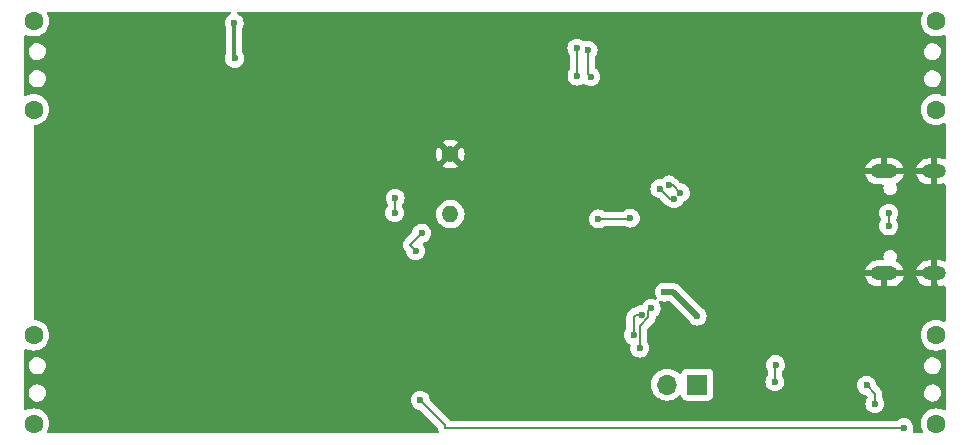
<source format=gbr>
%TF.GenerationSoftware,KiCad,Pcbnew,7.0.9*%
%TF.CreationDate,2023-12-11T11:57:59+01:00*%
%TF.ProjectId,USB E-Paper thing,55534220-452d-4506-9170-657220746869,rev?*%
%TF.SameCoordinates,Original*%
%TF.FileFunction,Copper,L2,Bot*%
%TF.FilePolarity,Positive*%
%FSLAX46Y46*%
G04 Gerber Fmt 4.6, Leading zero omitted, Abs format (unit mm)*
G04 Created by KiCad (PCBNEW 7.0.9) date 2023-12-11 11:57:59*
%MOMM*%
%LPD*%
G01*
G04 APERTURE LIST*
%TA.AperFunction,ComponentPad*%
%ADD10C,1.600000*%
%TD*%
%TA.AperFunction,ComponentPad*%
%ADD11C,1.400000*%
%TD*%
%TA.AperFunction,ComponentPad*%
%ADD12O,1.400000X1.400000*%
%TD*%
%TA.AperFunction,ComponentPad*%
%ADD13O,2.300000X1.200000*%
%TD*%
%TA.AperFunction,ComponentPad*%
%ADD14O,2.000000X1.200000*%
%TD*%
%TA.AperFunction,ComponentPad*%
%ADD15R,1.700000X1.700000*%
%TD*%
%TA.AperFunction,ComponentPad*%
%ADD16O,1.700000X1.700000*%
%TD*%
%TA.AperFunction,ViaPad*%
%ADD17C,0.600000*%
%TD*%
%TA.AperFunction,Conductor*%
%ADD18C,0.500000*%
%TD*%
%TA.AperFunction,Conductor*%
%ADD19C,0.300000*%
%TD*%
%TA.AperFunction,Conductor*%
%ADD20C,0.200000*%
%TD*%
G04 APERTURE END LIST*
D10*
%TO.P,SW3,*%
%TO.N,*%
X77700000Y35400000D03*
X77700000Y27900000D03*
%TD*%
D11*
%TO.P,TH1,1*%
%TO.N,GND*%
X36576000Y24130000D03*
D12*
%TO.P,TH1,2*%
%TO.N,Net-(U3-TEMP)*%
X36576000Y19050000D03*
%TD*%
D10*
%TO.P,SW4,*%
%TO.N,*%
X77700000Y8800000D03*
X77700000Y1300000D03*
%TD*%
%TO.P,SW1,*%
%TO.N,*%
X1300000Y27900000D03*
X1300000Y35400000D03*
%TD*%
%TO.P,SW2,*%
%TO.N,*%
X1300000Y1300000D03*
X1300000Y8800000D03*
%TD*%
D13*
%TO.P,J6,S1,SHIELD*%
%TO.N,GND*%
X73320000Y14030000D03*
D14*
X77500000Y14030000D03*
D13*
X73320000Y22670000D03*
D14*
X77500000Y22670000D03*
%TD*%
D15*
%TO.P,J8,1,Pin_1*%
%TO.N,Net-(J8-Pin_1)*%
X57480000Y4620000D03*
D16*
%TO.P,J8,2,Pin_2*%
%TO.N,+3V0*%
X54940000Y4620000D03*
%TD*%
D17*
%TO.N,GND*%
X68000000Y7500000D03*
X69000000Y7500000D03*
X70000000Y7500000D03*
X70000000Y9000000D03*
X69000000Y9000000D03*
X68000000Y9000000D03*
X58423000Y24266752D03*
X22700000Y21050000D03*
X71020000Y14470000D03*
X40470000Y8090000D03*
X71800000Y9540000D03*
X56250000Y25220000D03*
X63160000Y23000000D03*
X17580000Y21140000D03*
X52510000Y12040000D03*
X14300000Y22840000D03*
X58668790Y22613499D03*
X60450000Y2250000D03*
X15787009Y11920000D03*
X11150000Y20500000D03*
X42090000Y31310000D03*
X71010000Y15190000D03*
X72300000Y32600000D03*
X14170000Y14080000D03*
X42100524Y30670923D03*
X47650000Y21320000D03*
X66220000Y8360000D03*
X58620000Y27210000D03*
X44810000Y24400000D03*
X54700589Y30270000D03*
X63940000Y20190000D03*
X41570000Y18440000D03*
X71690000Y15220000D03*
X50000000Y29850000D03*
X45050000Y22920000D03*
X60510000Y11020000D03*
X70500000Y31900000D03*
X48660000Y21680000D03*
X46340000Y21410000D03*
X77550000Y23700000D03*
X69130000Y15400000D03*
X71790000Y8590000D03*
X65620000Y16080000D03*
X70970000Y22280000D03*
X56189110Y21980599D03*
X72300000Y34000000D03*
X20530000Y21050000D03*
X59970000Y8130000D03*
X72810000Y12200000D03*
X70500000Y32600000D03*
X71610000Y21550000D03*
X57500000Y28810000D03*
X65270013Y8180013D03*
X46259411Y26310589D03*
X70500000Y33300000D03*
X66110000Y24324981D03*
X65270000Y13700000D03*
X21860000Y12000000D03*
X11180000Y15480000D03*
X63944000Y20998000D03*
X72562646Y24417354D03*
X70980000Y21540000D03*
X66230000Y9330000D03*
X66320000Y15450000D03*
X47600000Y22500000D03*
X71900000Y24417354D03*
X57010000Y26970000D03*
X77600000Y12970000D03*
X61433000Y15070000D03*
X70900026Y18360026D03*
X61650000Y23790000D03*
X70500000Y34000000D03*
X72300000Y33300000D03*
X72300000Y31900000D03*
X21110000Y3760000D03*
X29805000Y24205000D03*
X52370000Y25620000D03*
X14310000Y25100000D03*
X51540000Y27630000D03*
X52817764Y19980233D03*
X18790000Y21840000D03*
X14217354Y20577354D03*
X47429411Y27690589D03*
X37870000Y8630000D03*
X51102057Y21413334D03*
X46850000Y7220000D03*
X53890589Y30270000D03*
X44550000Y8230000D03*
X68410000Y15570000D03*
X43240000Y3780000D03*
X42550000Y8260000D03*
X61580000Y24870000D03*
%TO.N,+3V0*%
X18270000Y35230000D03*
X18320000Y32232000D03*
X54700002Y12454066D03*
X57470000Y10410000D03*
%TO.N,/VBUS*%
X71810000Y4562500D03*
X72520000Y2980000D03*
X64054648Y4855574D03*
X64110000Y6300000D03*
%TO.N,/WAKEUP*%
X51810000Y18720000D03*
X49113663Y18641379D03*
%TO.N,+BATT*%
X47300000Y30740002D03*
X47280000Y33101000D03*
%TO.N,/SCLK*%
X31900000Y20400000D03*
X31860000Y19170000D03*
%TO.N,/BUTTON3*%
X74970000Y970000D03*
X34015000Y3285000D03*
%TO.N,/NRST*%
X55506309Y20362659D03*
X54315380Y21199038D03*
X53580000Y11080000D03*
X52610000Y7700000D03*
%TO.N,Net-(U3-TEMP)*%
X48460000Y30687341D03*
X48230000Y32930000D03*
%TO.N,/VBUS_PRESENT*%
X56053964Y20851960D03*
X55080000Y21519998D03*
%TO.N,/Power/USB_IN_D+*%
X73693000Y18048724D03*
X73692418Y19127000D03*
%TO.N,Net-(U1-PA14)*%
X52083000Y8801574D03*
X52790000Y10550000D03*
%TO.N,/~{CS}*%
X34150000Y17450000D03*
X33633709Y15953768D03*
%TD*%
D18*
%TO.N,+3V0*%
X55425934Y12454066D02*
X54700002Y12454066D01*
D19*
X18270000Y35230000D02*
X18270000Y32282000D01*
X18270000Y32282000D02*
X18320000Y32232000D01*
D18*
X57470000Y10410000D02*
X55425934Y12454066D01*
D20*
%TO.N,/VBUS*%
X72520000Y3852500D02*
X71810000Y4562500D01*
X72520000Y2980000D02*
X72520000Y3852500D01*
X64054648Y6244648D02*
X64110000Y6300000D01*
X64054648Y4855574D02*
X64054648Y6244648D01*
%TO.N,/WAKEUP*%
X49113663Y18641379D02*
X51731379Y18641379D01*
X51731379Y18641379D02*
X51810000Y18720000D01*
%TO.N,+BATT*%
X47280000Y30760002D02*
X47300000Y30740002D01*
X47280000Y33101000D02*
X47280000Y30760002D01*
%TO.N,/SCLK*%
X31860000Y20360000D02*
X31900000Y20400000D01*
X31860000Y19170000D02*
X31860000Y20360000D01*
%TO.N,/BUTTON3*%
X36100500Y970000D02*
X36100500Y1199500D01*
X74970000Y970000D02*
X36100500Y970000D01*
X36100500Y1199500D02*
X34015000Y3285000D01*
%TO.N,/NRST*%
X53350000Y10850000D02*
X53350000Y10310000D01*
X53350000Y10310000D02*
X52610000Y9570000D01*
X53580000Y11080000D02*
X53350000Y10850000D01*
X54315380Y21199038D02*
X55151759Y20362659D01*
X52610000Y9570000D02*
X52610000Y7700000D01*
X55151759Y20362659D02*
X55506309Y20362659D01*
%TO.N,Net-(U3-TEMP)*%
X48230000Y32930000D02*
X48230000Y30917341D01*
X48230000Y30917341D02*
X48460000Y30687341D01*
%TO.N,/VBUS_PRESENT*%
X55385926Y21519998D02*
X55080000Y21519998D01*
X56053964Y20851960D02*
X55385926Y21519998D01*
%TO.N,/Power/USB_IN_D+*%
X73692418Y18049306D02*
X73693000Y18048724D01*
X73692418Y19127000D02*
X73692418Y18049306D01*
%TO.N,Net-(U1-PA14)*%
X52790000Y10550000D02*
X52279000Y10550000D01*
X52279000Y10550000D02*
X52083000Y10354000D01*
X52083000Y10354000D02*
X52083000Y8801574D01*
%TO.N,/~{CS}*%
X33160000Y16460000D02*
X34150000Y17450000D01*
X33633709Y15953768D02*
X33160000Y16427477D01*
X33160000Y16427477D02*
X33160000Y16460000D01*
%TD*%
%TA.AperFunction,Conductor*%
%TO.N,GND*%
G36*
X17954190Y36179815D02*
G01*
X17999945Y36127011D01*
X18009889Y36057853D01*
X17980864Y35994297D01*
X17928105Y35958458D01*
X17920478Y35955790D01*
X17767737Y35859816D01*
X17640184Y35732263D01*
X17544211Y35579524D01*
X17484631Y35409255D01*
X17484630Y35409250D01*
X17464435Y35230004D01*
X17464435Y35229997D01*
X17484630Y35050751D01*
X17484631Y35050746D01*
X17544211Y34880476D01*
X17600493Y34790906D01*
X17619500Y34724933D01*
X17619500Y32657493D01*
X17600494Y32591522D01*
X17594209Y32581521D01*
X17534633Y32411263D01*
X17534630Y32411250D01*
X17514435Y32232004D01*
X17514435Y32231997D01*
X17534630Y32052751D01*
X17534631Y32052746D01*
X17594211Y31882477D01*
X17690184Y31729738D01*
X17817738Y31602184D01*
X17970478Y31506211D01*
X18140745Y31446632D01*
X18140750Y31446631D01*
X18319996Y31426435D01*
X18320000Y31426435D01*
X18320004Y31426435D01*
X18499249Y31446631D01*
X18499252Y31446632D01*
X18499255Y31446632D01*
X18669522Y31506211D01*
X18822262Y31602184D01*
X18949816Y31729738D01*
X19045789Y31882478D01*
X19105368Y32052745D01*
X19105369Y32052751D01*
X19125565Y32231997D01*
X19125565Y32232004D01*
X19105369Y32411250D01*
X19105368Y32411255D01*
X19097136Y32434781D01*
X19045789Y32581522D01*
X19040141Y32590510D01*
X18949813Y32734266D01*
X18947550Y32737104D01*
X18946659Y32739285D01*
X18946111Y32740158D01*
X18946264Y32740255D01*
X18921144Y32801791D01*
X18920500Y32814413D01*
X18920500Y33100997D01*
X46474435Y33100997D01*
X46494630Y32921751D01*
X46494631Y32921746D01*
X46554211Y32751477D01*
X46650185Y32598737D01*
X46652445Y32595903D01*
X46653334Y32593725D01*
X46653889Y32592842D01*
X46653734Y32592745D01*
X46678855Y32531217D01*
X46679500Y32518588D01*
X46679500Y31292815D01*
X46660494Y31226843D01*
X46574211Y31089526D01*
X46514631Y30919257D01*
X46514630Y30919252D01*
X46494435Y30740006D01*
X46494435Y30739999D01*
X46514630Y30560753D01*
X46514631Y30560748D01*
X46574211Y30390479D01*
X46670184Y30237740D01*
X46797738Y30110186D01*
X46950478Y30014213D01*
X47120745Y29954634D01*
X47120750Y29954633D01*
X47299996Y29934437D01*
X47300000Y29934437D01*
X47300004Y29934437D01*
X47479249Y29954633D01*
X47479252Y29954634D01*
X47479255Y29954634D01*
X47649522Y30014213D01*
X47781673Y30097250D01*
X47848909Y30116250D01*
X47915744Y30095883D01*
X47935326Y30079937D01*
X47957738Y30057525D01*
X48026667Y30014214D01*
X48051290Y29998742D01*
X48110478Y29961552D01*
X48280745Y29901973D01*
X48280750Y29901972D01*
X48459996Y29881776D01*
X48460000Y29881776D01*
X48460004Y29881776D01*
X48639249Y29901972D01*
X48639252Y29901973D01*
X48639255Y29901973D01*
X48809522Y29961552D01*
X48962262Y30057525D01*
X49089816Y30185079D01*
X49185789Y30337819D01*
X49227678Y30457531D01*
X76670796Y30457531D01*
X76670797Y30457529D01*
X76700245Y30290515D01*
X76700246Y30290512D01*
X76700247Y30290508D01*
X76723009Y30237740D01*
X76767421Y30134781D01*
X76785730Y30110187D01*
X76868698Y29998742D01*
X76998617Y29889727D01*
X77150175Y29813612D01*
X77315201Y29774500D01*
X77315203Y29774500D01*
X77442249Y29774500D01*
X77442256Y29774500D01*
X77568451Y29789250D01*
X77727820Y29847256D01*
X77869517Y29940451D01*
X77985902Y30063812D01*
X78070701Y30210688D01*
X78119342Y30373161D01*
X78129203Y30542471D01*
X78099753Y30709492D01*
X78032579Y30865219D01*
X77931302Y31001258D01*
X77801383Y31110273D01*
X77800066Y31110935D01*
X77649828Y31186387D01*
X77649826Y31186388D01*
X77649825Y31186388D01*
X77484799Y31225500D01*
X77357744Y31225500D01*
X77247323Y31212594D01*
X77231548Y31210750D01*
X77072181Y31152745D01*
X77007607Y31110274D01*
X76930483Y31059549D01*
X76930482Y31059549D01*
X76930482Y31059548D01*
X76814098Y30936190D01*
X76729300Y30789315D01*
X76680658Y30626841D01*
X76680657Y30626835D01*
X76670796Y30457531D01*
X49227678Y30457531D01*
X49245368Y30508086D01*
X49245369Y30508092D01*
X49265565Y30687338D01*
X49265565Y30687345D01*
X49245369Y30866591D01*
X49245368Y30866596D01*
X49198249Y31001255D01*
X49185789Y31036863D01*
X49171534Y31059549D01*
X49112975Y31152745D01*
X49089816Y31189603D01*
X48962262Y31317157D01*
X48962259Y31317159D01*
X48888527Y31363489D01*
X48842236Y31415824D01*
X48830500Y31468482D01*
X48830500Y32347588D01*
X48850185Y32414627D01*
X48857555Y32424903D01*
X48859810Y32427733D01*
X48859816Y32427738D01*
X48955789Y32580478D01*
X49015368Y32750745D01*
X49015369Y32750751D01*
X49016133Y32757529D01*
X76670797Y32757529D01*
X76700245Y32590515D01*
X76700246Y32590512D01*
X76700247Y32590508D01*
X76767421Y32434781D01*
X76868698Y32298742D01*
X76998617Y32189727D01*
X77150175Y32113612D01*
X77315201Y32074500D01*
X77315203Y32074500D01*
X77442249Y32074500D01*
X77442256Y32074500D01*
X77568451Y32089250D01*
X77727820Y32147256D01*
X77869517Y32240451D01*
X77985902Y32363812D01*
X78070701Y32510688D01*
X78119342Y32673161D01*
X78129203Y32842471D01*
X78099753Y33009492D01*
X78032579Y33165219D01*
X77931302Y33301258D01*
X77801383Y33410273D01*
X77757597Y33432263D01*
X77649828Y33486387D01*
X77649826Y33486388D01*
X77649825Y33486388D01*
X77484799Y33525500D01*
X77357744Y33525500D01*
X77247323Y33512594D01*
X77231548Y33510750D01*
X77072181Y33452745D01*
X77041040Y33432263D01*
X76930483Y33359549D01*
X76930482Y33359549D01*
X76930482Y33359548D01*
X76814098Y33236190D01*
X76729300Y33089315D01*
X76680658Y32926841D01*
X76680657Y32926835D01*
X76670797Y32757532D01*
X76670797Y32757529D01*
X49016133Y32757529D01*
X49035565Y32929997D01*
X49035565Y32930004D01*
X49015369Y33109250D01*
X49015368Y33109255D01*
X48970952Y33236188D01*
X48955789Y33279522D01*
X48955328Y33280255D01*
X48905505Y33359549D01*
X48859816Y33432262D01*
X48732262Y33559816D01*
X48579523Y33655789D01*
X48409254Y33715369D01*
X48409249Y33715370D01*
X48230004Y33735565D01*
X48229996Y33735565D01*
X48050750Y33715370D01*
X48050742Y33715368D01*
X47936840Y33675512D01*
X47867061Y33671951D01*
X47808205Y33704873D01*
X47782262Y33730816D01*
X47629523Y33826789D01*
X47459254Y33886369D01*
X47459249Y33886370D01*
X47280004Y33906565D01*
X47279996Y33906565D01*
X47100750Y33886370D01*
X47100745Y33886369D01*
X46930476Y33826789D01*
X46777737Y33730816D01*
X46650184Y33603263D01*
X46554211Y33450524D01*
X46494631Y33280255D01*
X46494630Y33280250D01*
X46474435Y33101004D01*
X46474435Y33100997D01*
X18920500Y33100997D01*
X18920500Y34724933D01*
X18939507Y34790906D01*
X18995788Y34880476D01*
X18995789Y34880478D01*
X19055368Y35050745D01*
X19069177Y35173303D01*
X19075565Y35229997D01*
X19075565Y35230004D01*
X19055369Y35409250D01*
X19055368Y35409255D01*
X18995788Y35579524D01*
X18899815Y35732263D01*
X18772262Y35859816D01*
X18619521Y35955790D01*
X18611895Y35958458D01*
X18555119Y35999179D01*
X18529371Y36064132D01*
X18542827Y36132693D01*
X18591213Y36183097D01*
X18652849Y36199500D01*
X76443229Y36199500D01*
X76510268Y36179815D01*
X76556023Y36127011D01*
X76565967Y36057853D01*
X76555611Y36023095D01*
X76473262Y35846498D01*
X76473258Y35846489D01*
X76414366Y35626698D01*
X76414364Y35626687D01*
X76394532Y35400002D01*
X76394532Y35399999D01*
X76414364Y35173314D01*
X76414366Y35173303D01*
X76473258Y34953512D01*
X76473261Y34953503D01*
X76569431Y34747268D01*
X76569432Y34747266D01*
X76699954Y34560859D01*
X76860858Y34399955D01*
X76860861Y34399953D01*
X77047266Y34269432D01*
X77253504Y34173261D01*
X77473308Y34114365D01*
X77635230Y34100199D01*
X77699998Y34094532D01*
X77700000Y34094532D01*
X77700002Y34094532D01*
X77756673Y34099491D01*
X77926692Y34114365D01*
X78146496Y34173261D01*
X78323095Y34255611D01*
X78392173Y34266103D01*
X78455957Y34237583D01*
X78494196Y34179107D01*
X78499500Y34143229D01*
X78499500Y29156771D01*
X78479815Y29089732D01*
X78427011Y29043977D01*
X78357853Y29034033D01*
X78323095Y29044389D01*
X78225857Y29089732D01*
X78146496Y29126739D01*
X78146492Y29126740D01*
X78146488Y29126742D01*
X77926697Y29185634D01*
X77926693Y29185635D01*
X77926692Y29185635D01*
X77926691Y29185636D01*
X77926686Y29185636D01*
X77700002Y29205468D01*
X77699998Y29205468D01*
X77473313Y29185636D01*
X77473302Y29185634D01*
X77253511Y29126742D01*
X77253502Y29126739D01*
X77047267Y29030569D01*
X77047265Y29030568D01*
X76860858Y28900046D01*
X76699954Y28739142D01*
X76569432Y28552735D01*
X76569431Y28552733D01*
X76473261Y28346498D01*
X76473258Y28346489D01*
X76414366Y28126698D01*
X76414364Y28126687D01*
X76394532Y27900002D01*
X76394532Y27899999D01*
X76414364Y27673314D01*
X76414366Y27673303D01*
X76473258Y27453512D01*
X76473261Y27453503D01*
X76569431Y27247268D01*
X76569432Y27247266D01*
X76699954Y27060859D01*
X76860858Y26899955D01*
X76860861Y26899953D01*
X77047266Y26769432D01*
X77253504Y26673261D01*
X77473308Y26614365D01*
X77635230Y26600199D01*
X77699998Y26594532D01*
X77700000Y26594532D01*
X77700002Y26594532D01*
X77756673Y26599491D01*
X77926692Y26614365D01*
X78146496Y26673261D01*
X78323095Y26755611D01*
X78392173Y26766103D01*
X78455957Y26737583D01*
X78494196Y26679107D01*
X78499500Y26643229D01*
X78499500Y23798082D01*
X78479815Y23731043D01*
X78427011Y23685288D01*
X78357853Y23675344D01*
X78329414Y23682964D01*
X78211314Y23730245D01*
X78005038Y23770000D01*
X77750000Y23770000D01*
X77750000Y22970000D01*
X77250000Y22970000D01*
X77250000Y23770000D01*
X77047602Y23770000D01*
X76890877Y23755035D01*
X76890873Y23755034D01*
X76689313Y23695851D01*
X76502585Y23599587D01*
X76337462Y23469732D01*
X76337459Y23469729D01*
X76199894Y23310970D01*
X76199885Y23310959D01*
X76094855Y23129040D01*
X76094852Y23129033D01*
X76026144Y22930518D01*
X76026144Y22930516D01*
X76024632Y22920000D01*
X76933890Y22920000D01*
X76894391Y22895543D01*
X76826800Y22806038D01*
X76796106Y22698160D01*
X76806455Y22586479D01*
X76856449Y22486078D01*
X76928932Y22420000D01*
X76028742Y22420000D01*
X76055770Y22308591D01*
X76143040Y22117493D01*
X76264889Y21946381D01*
X76264895Y21946375D01*
X76416932Y21801408D01*
X76593657Y21687834D01*
X76788685Y21609756D01*
X76994962Y21570000D01*
X77250000Y21570000D01*
X77250000Y22370000D01*
X77750000Y22370000D01*
X77750000Y21570000D01*
X77952398Y21570000D01*
X78109122Y21584966D01*
X78109126Y21584967D01*
X78310687Y21644150D01*
X78318675Y21648268D01*
X78387281Y21661494D01*
X78452147Y21635529D01*
X78492678Y21578617D01*
X78499500Y21538055D01*
X78499500Y15158082D01*
X78479815Y15091043D01*
X78427011Y15045288D01*
X78357853Y15035344D01*
X78329414Y15042964D01*
X78211314Y15090245D01*
X78005038Y15130000D01*
X77750000Y15130000D01*
X77750000Y14330000D01*
X77250000Y14330000D01*
X77250000Y15130000D01*
X77047602Y15130000D01*
X76890877Y15115035D01*
X76890873Y15115034D01*
X76689313Y15055851D01*
X76502585Y14959587D01*
X76337462Y14829732D01*
X76337459Y14829729D01*
X76199894Y14670970D01*
X76199885Y14670959D01*
X76094855Y14489040D01*
X76094852Y14489033D01*
X76026144Y14290518D01*
X76026144Y14290516D01*
X76024632Y14280000D01*
X76933890Y14280000D01*
X76894391Y14255543D01*
X76826800Y14166038D01*
X76796106Y14058160D01*
X76806455Y13946479D01*
X76856449Y13846078D01*
X76928932Y13780000D01*
X76028742Y13780000D01*
X76055770Y13668591D01*
X76143040Y13477493D01*
X76264889Y13306381D01*
X76264895Y13306375D01*
X76416932Y13161408D01*
X76593657Y13047834D01*
X76788685Y12969756D01*
X76994962Y12930000D01*
X77250000Y12930000D01*
X77250000Y13730000D01*
X77750000Y13730000D01*
X77750000Y12930000D01*
X77952398Y12930000D01*
X78109122Y12944966D01*
X78109126Y12944967D01*
X78310687Y13004150D01*
X78318675Y13008268D01*
X78387281Y13021494D01*
X78452147Y12995529D01*
X78492678Y12938617D01*
X78499500Y12898055D01*
X78499500Y10056771D01*
X78479815Y9989732D01*
X78427011Y9943977D01*
X78357853Y9934033D01*
X78323095Y9944389D01*
X78225857Y9989732D01*
X78146496Y10026739D01*
X78146492Y10026740D01*
X78146488Y10026742D01*
X77926697Y10085634D01*
X77926693Y10085635D01*
X77926692Y10085635D01*
X77926691Y10085636D01*
X77926686Y10085636D01*
X77700002Y10105468D01*
X77699998Y10105468D01*
X77473313Y10085636D01*
X77473302Y10085634D01*
X77253511Y10026742D01*
X77253502Y10026739D01*
X77047267Y9930569D01*
X77047265Y9930568D01*
X76860858Y9800046D01*
X76699954Y9639142D01*
X76569432Y9452735D01*
X76569431Y9452733D01*
X76473261Y9246498D01*
X76473258Y9246489D01*
X76414366Y9026698D01*
X76414364Y9026687D01*
X76394532Y8800002D01*
X76394532Y8799999D01*
X76414364Y8573314D01*
X76414366Y8573303D01*
X76473258Y8353512D01*
X76473261Y8353503D01*
X76569431Y8147268D01*
X76569432Y8147266D01*
X76699954Y7960859D01*
X76860858Y7799955D01*
X76860861Y7799953D01*
X77047266Y7669432D01*
X77253504Y7573261D01*
X77473308Y7514365D01*
X77635230Y7500199D01*
X77699998Y7494532D01*
X77700000Y7494532D01*
X77700002Y7494532D01*
X77756673Y7499491D01*
X77926692Y7514365D01*
X78146496Y7573261D01*
X78323095Y7655611D01*
X78392173Y7666103D01*
X78455957Y7637583D01*
X78494196Y7579107D01*
X78499500Y7543229D01*
X78499500Y2556771D01*
X78479815Y2489732D01*
X78427011Y2443977D01*
X78357853Y2434033D01*
X78323095Y2444389D01*
X78251578Y2477738D01*
X78146496Y2526739D01*
X78146492Y2526740D01*
X78146488Y2526742D01*
X77926697Y2585634D01*
X77926693Y2585635D01*
X77926692Y2585635D01*
X77926691Y2585636D01*
X77926686Y2585636D01*
X77700002Y2605468D01*
X77699998Y2605468D01*
X77473313Y2585636D01*
X77473302Y2585634D01*
X77253511Y2526742D01*
X77253502Y2526739D01*
X77047267Y2430569D01*
X77047265Y2430568D01*
X76860858Y2300046D01*
X76699954Y2139142D01*
X76569432Y1952735D01*
X76569431Y1952733D01*
X76473261Y1746498D01*
X76473258Y1746489D01*
X76414366Y1526698D01*
X76414364Y1526687D01*
X76394532Y1300002D01*
X76394532Y1299999D01*
X76414364Y1073314D01*
X76414366Y1073303D01*
X76473258Y853512D01*
X76473260Y853508D01*
X76473261Y853504D01*
X76553334Y681787D01*
X76555611Y676905D01*
X76566103Y607827D01*
X76537583Y544043D01*
X76479107Y505804D01*
X76443229Y500500D01*
X75828569Y500500D01*
X75761530Y520185D01*
X75715775Y572989D01*
X75705831Y642147D01*
X75711528Y665455D01*
X75755366Y790738D01*
X75755369Y790751D01*
X75775565Y969997D01*
X75775565Y970004D01*
X75755369Y1149250D01*
X75755368Y1149255D01*
X75695788Y1319524D01*
X75599815Y1472263D01*
X75472262Y1599816D01*
X75319523Y1695789D01*
X75149254Y1755369D01*
X75149249Y1755370D01*
X74970004Y1775565D01*
X74969996Y1775565D01*
X74790750Y1755370D01*
X74790745Y1755369D01*
X74620476Y1695789D01*
X74467736Y1599815D01*
X74464903Y1597555D01*
X74462724Y1596666D01*
X74461842Y1596111D01*
X74461744Y1596266D01*
X74400217Y1571145D01*
X74387588Y1570500D01*
X36633886Y1570500D01*
X36566847Y1590185D01*
X36535511Y1619012D01*
X36528780Y1627784D01*
X36500507Y1649478D01*
X36494404Y1654831D01*
X34845700Y3303535D01*
X34812215Y3364858D01*
X34810163Y3377314D01*
X34800368Y3464255D01*
X34740789Y3634522D01*
X34644816Y3787262D01*
X34517262Y3914816D01*
X34473735Y3942166D01*
X34364523Y4010789D01*
X34194254Y4070369D01*
X34194249Y4070370D01*
X34015004Y4090565D01*
X34014996Y4090565D01*
X33835750Y4070370D01*
X33835745Y4070369D01*
X33665476Y4010789D01*
X33512737Y3914816D01*
X33385184Y3787263D01*
X33289211Y3634524D01*
X33229631Y3464255D01*
X33229630Y3464250D01*
X33209435Y3285004D01*
X33209435Y3284997D01*
X33229630Y3105751D01*
X33229631Y3105746D01*
X33289211Y2935477D01*
X33373866Y2800751D01*
X33385184Y2782738D01*
X33512738Y2655184D01*
X33665478Y2559211D01*
X33835745Y2499632D01*
X33922669Y2489839D01*
X33987080Y2462774D01*
X33996465Y2454300D01*
X35467184Y983581D01*
X35500669Y922258D01*
X35502442Y912087D01*
X35509680Y857115D01*
X35515456Y813237D01*
X35573978Y671952D01*
X35581447Y602483D01*
X35550172Y540004D01*
X35490083Y504352D01*
X35459417Y500500D01*
X2556771Y500500D01*
X2489732Y520185D01*
X2443977Y572989D01*
X2434033Y642147D01*
X2444389Y676905D01*
X2445195Y678635D01*
X2526739Y853504D01*
X2585635Y1073308D01*
X2605468Y1300000D01*
X2585635Y1526692D01*
X2526739Y1746496D01*
X2430568Y1952734D01*
X2300047Y2139139D01*
X2300045Y2139142D01*
X2139141Y2300046D01*
X1952734Y2430568D01*
X1952732Y2430569D01*
X1746497Y2526739D01*
X1746488Y2526742D01*
X1526697Y2585634D01*
X1526693Y2585635D01*
X1526692Y2585635D01*
X1526691Y2585636D01*
X1526686Y2585636D01*
X1300002Y2605468D01*
X1299998Y2605468D01*
X1073313Y2585636D01*
X1073302Y2585634D01*
X853511Y2526742D01*
X853502Y2526738D01*
X676905Y2444389D01*
X607827Y2433897D01*
X544043Y2462417D01*
X505804Y2520893D01*
X500500Y2556771D01*
X500500Y3857531D01*
X870796Y3857531D01*
X870797Y3857529D01*
X900245Y3690515D01*
X900246Y3690512D01*
X900247Y3690508D01*
X967421Y3534781D01*
X1068698Y3398742D01*
X1198617Y3289727D01*
X1350175Y3213612D01*
X1515201Y3174500D01*
X1515203Y3174500D01*
X1642249Y3174500D01*
X1642256Y3174500D01*
X1768451Y3189250D01*
X1927820Y3247256D01*
X2069517Y3340451D01*
X2185902Y3463812D01*
X2270701Y3610688D01*
X2319342Y3773161D01*
X2329203Y3942471D01*
X2299753Y4109492D01*
X2232579Y4265219D01*
X2131302Y4401258D01*
X2001383Y4510273D01*
X2000066Y4510935D01*
X1849828Y4586387D01*
X1849826Y4586388D01*
X1849825Y4586388D01*
X1708005Y4620000D01*
X53584341Y4620000D01*
X53604936Y4384597D01*
X53604938Y4384587D01*
X53666094Y4156345D01*
X53666096Y4156341D01*
X53666097Y4156337D01*
X53734680Y4009261D01*
X53765965Y3942170D01*
X53765967Y3942166D01*
X53859161Y3809072D01*
X53901505Y3748599D01*
X54068599Y3581505D01*
X54165384Y3513735D01*
X54262165Y3445968D01*
X54262167Y3445967D01*
X54262170Y3445965D01*
X54476337Y3346097D01*
X54704592Y3284937D01*
X54881034Y3269500D01*
X54939999Y3264341D01*
X54940000Y3264341D01*
X54940001Y3264341D01*
X54998966Y3269500D01*
X55175408Y3284937D01*
X55403663Y3346097D01*
X55617830Y3445965D01*
X55811401Y3581505D01*
X55933329Y3703434D01*
X55994648Y3736916D01*
X56064340Y3731932D01*
X56120274Y3690061D01*
X56137189Y3659083D01*
X56186202Y3527672D01*
X56186206Y3527665D01*
X56272452Y3412456D01*
X56272455Y3412453D01*
X56387664Y3326207D01*
X56387671Y3326203D01*
X56522517Y3275909D01*
X56522516Y3275909D01*
X56529444Y3275165D01*
X56582127Y3269500D01*
X58377872Y3269501D01*
X58437483Y3275909D01*
X58572331Y3326204D01*
X58687546Y3412454D01*
X58773796Y3527669D01*
X58824091Y3662517D01*
X58830500Y3722127D01*
X58830499Y4855571D01*
X63249083Y4855571D01*
X63269278Y4676325D01*
X63269279Y4676320D01*
X63328859Y4506051D01*
X63406020Y4383251D01*
X63424832Y4353312D01*
X63552386Y4225758D01*
X63705126Y4129785D01*
X63874924Y4070370D01*
X63875393Y4070206D01*
X63875398Y4070205D01*
X64054644Y4050009D01*
X64054648Y4050009D01*
X64054652Y4050009D01*
X64233897Y4070205D01*
X64233900Y4070206D01*
X64233903Y4070206D01*
X64404170Y4129785D01*
X64556910Y4225758D01*
X64684464Y4353312D01*
X64780437Y4506052D01*
X64800188Y4562497D01*
X71004435Y4562497D01*
X71024630Y4383251D01*
X71024631Y4383246D01*
X71084211Y4212977D01*
X71149236Y4109491D01*
X71180184Y4060238D01*
X71307738Y3932684D01*
X71460478Y3836711D01*
X71630745Y3777132D01*
X71717669Y3767339D01*
X71782080Y3740274D01*
X71791465Y3731800D01*
X71878740Y3644525D01*
X71912225Y3583202D01*
X71907241Y3513510D01*
X71893152Y3488621D01*
X71893889Y3488158D01*
X71890184Y3482263D01*
X71890184Y3482262D01*
X71874995Y3458090D01*
X71794211Y3329524D01*
X71734631Y3159255D01*
X71734630Y3159250D01*
X71714435Y2980004D01*
X71714435Y2979997D01*
X71734630Y2800751D01*
X71734631Y2800746D01*
X71794211Y2630477D01*
X71859395Y2526738D01*
X71890184Y2477738D01*
X72017738Y2350184D01*
X72170478Y2254211D01*
X72340745Y2194632D01*
X72340750Y2194631D01*
X72519996Y2174435D01*
X72520000Y2174435D01*
X72520004Y2174435D01*
X72699249Y2194631D01*
X72699252Y2194632D01*
X72699255Y2194632D01*
X72869522Y2254211D01*
X73022262Y2350184D01*
X73149816Y2477738D01*
X73245789Y2630478D01*
X73305368Y2800745D01*
X73325565Y2980000D01*
X73311397Y3105745D01*
X73305369Y3159250D01*
X73305368Y3159255D01*
X73268597Y3264341D01*
X73245789Y3329522D01*
X73235375Y3346095D01*
X73172621Y3445968D01*
X73149816Y3482262D01*
X73149814Y3482264D01*
X73149813Y3482266D01*
X73147550Y3485104D01*
X73146659Y3487285D01*
X73146111Y3488158D01*
X73146264Y3488255D01*
X73121144Y3549791D01*
X73120500Y3562413D01*
X73120500Y3809072D01*
X73121031Y3817174D01*
X73125682Y3852501D01*
X73125682Y3852502D01*
X73125020Y3857531D01*
X76670796Y3857531D01*
X76670797Y3857529D01*
X76700245Y3690515D01*
X76700246Y3690512D01*
X76700247Y3690508D01*
X76767421Y3534781D01*
X76868698Y3398742D01*
X76998617Y3289727D01*
X77150175Y3213612D01*
X77315201Y3174500D01*
X77315203Y3174500D01*
X77442249Y3174500D01*
X77442256Y3174500D01*
X77568451Y3189250D01*
X77727820Y3247256D01*
X77869517Y3340451D01*
X77985902Y3463812D01*
X78070701Y3610688D01*
X78119342Y3773161D01*
X78129203Y3942471D01*
X78099753Y4109492D01*
X78032579Y4265219D01*
X77931302Y4401258D01*
X77801383Y4510273D01*
X77800066Y4510935D01*
X77649828Y4586387D01*
X77649826Y4586388D01*
X77649825Y4586388D01*
X77484799Y4625500D01*
X77357744Y4625500D01*
X77247323Y4612594D01*
X77231548Y4610750D01*
X77072181Y4552745D01*
X77007607Y4510274D01*
X76930483Y4459549D01*
X76930482Y4459549D01*
X76930482Y4459548D01*
X76814098Y4336190D01*
X76729300Y4189315D01*
X76680658Y4026841D01*
X76680657Y4026835D01*
X76670796Y3857531D01*
X73125020Y3857531D01*
X73105044Y4009261D01*
X73105042Y4009266D01*
X73097762Y4026841D01*
X73044538Y4155337D01*
X73044538Y4155338D01*
X73044536Y4155341D01*
X73018469Y4189312D01*
X72948282Y4280782D01*
X72920005Y4302480D01*
X72913904Y4307831D01*
X72640700Y4581035D01*
X72607215Y4642358D01*
X72605163Y4654814D01*
X72595368Y4741755D01*
X72535789Y4912022D01*
X72439816Y5064762D01*
X72312262Y5192316D01*
X72291920Y5205098D01*
X72159523Y5288289D01*
X71989254Y5347869D01*
X71989249Y5347870D01*
X71810004Y5368065D01*
X71809996Y5368065D01*
X71630750Y5347870D01*
X71630745Y5347869D01*
X71460476Y5288289D01*
X71307737Y5192316D01*
X71180184Y5064763D01*
X71084211Y4912024D01*
X71024631Y4741755D01*
X71024630Y4741750D01*
X71004435Y4562504D01*
X71004435Y4562497D01*
X64800188Y4562497D01*
X64840016Y4676319D01*
X64840017Y4676325D01*
X64860213Y4855571D01*
X64860213Y4855578D01*
X64840017Y5034824D01*
X64840016Y5034829D01*
X64822928Y5083663D01*
X64780437Y5205096D01*
X64684464Y5357836D01*
X64684462Y5357838D01*
X64684461Y5357840D01*
X64682198Y5360678D01*
X64681307Y5362859D01*
X64680759Y5363732D01*
X64680912Y5363829D01*
X64655792Y5425365D01*
X64655148Y5437987D01*
X64655148Y5661708D01*
X64674833Y5728747D01*
X64691467Y5749389D01*
X64705890Y5763812D01*
X64739816Y5797738D01*
X64835789Y5950478D01*
X64895368Y6120745D01*
X64899513Y6157531D01*
X76670796Y6157531D01*
X76670797Y6157529D01*
X76700245Y5990515D01*
X76700246Y5990512D01*
X76700247Y5990508D01*
X76767421Y5834781D01*
X76868698Y5698742D01*
X76998617Y5589727D01*
X77150175Y5513612D01*
X77315201Y5474500D01*
X77315203Y5474500D01*
X77442249Y5474500D01*
X77442256Y5474500D01*
X77568451Y5489250D01*
X77727820Y5547256D01*
X77869517Y5640451D01*
X77985902Y5763812D01*
X78070701Y5910688D01*
X78119342Y6073161D01*
X78129203Y6242471D01*
X78099753Y6409492D01*
X78032579Y6565219D01*
X77931302Y6701258D01*
X77801383Y6810273D01*
X77800066Y6810935D01*
X77649828Y6886387D01*
X77649826Y6886388D01*
X77649825Y6886388D01*
X77484799Y6925500D01*
X77357744Y6925500D01*
X77247323Y6912594D01*
X77231548Y6910750D01*
X77072181Y6852745D01*
X77007607Y6810274D01*
X76930483Y6759549D01*
X76930482Y6759549D01*
X76930482Y6759548D01*
X76814098Y6636190D01*
X76729300Y6489315D01*
X76680658Y6326841D01*
X76680657Y6326835D01*
X76670796Y6157531D01*
X64899513Y6157531D01*
X64909083Y6242471D01*
X64915565Y6299997D01*
X64915565Y6300004D01*
X64895369Y6479250D01*
X64895368Y6479255D01*
X64865288Y6565219D01*
X64835789Y6649522D01*
X64739816Y6802262D01*
X64612262Y6929816D01*
X64541608Y6974211D01*
X64459523Y7025789D01*
X64289254Y7085369D01*
X64289249Y7085370D01*
X64110004Y7105565D01*
X64109996Y7105565D01*
X63930750Y7085370D01*
X63930745Y7085369D01*
X63760476Y7025789D01*
X63607737Y6929816D01*
X63480184Y6802263D01*
X63384211Y6649524D01*
X63324631Y6479255D01*
X63324630Y6479250D01*
X63304435Y6300004D01*
X63304435Y6299997D01*
X63324630Y6120751D01*
X63324631Y6120746D01*
X63384211Y5950476D01*
X63435141Y5869424D01*
X63454148Y5803451D01*
X63454148Y5437987D01*
X63434463Y5370948D01*
X63427098Y5360678D01*
X63424834Y5357840D01*
X63328859Y5205098D01*
X63269279Y5034829D01*
X63269278Y5034824D01*
X63249083Y4855578D01*
X63249083Y4855571D01*
X58830499Y4855571D01*
X58830499Y5517872D01*
X58824091Y5577483D01*
X58822810Y5580917D01*
X58773797Y5712329D01*
X58773793Y5712336D01*
X58687547Y5827545D01*
X58687544Y5827548D01*
X58572335Y5913794D01*
X58572328Y5913798D01*
X58437482Y5964092D01*
X58437483Y5964092D01*
X58377883Y5970499D01*
X58377881Y5970500D01*
X58377873Y5970500D01*
X58377864Y5970500D01*
X56582129Y5970500D01*
X56582123Y5970499D01*
X56522516Y5964092D01*
X56387671Y5913798D01*
X56387664Y5913794D01*
X56272455Y5827548D01*
X56272452Y5827545D01*
X56186206Y5712336D01*
X56186203Y5712331D01*
X56137189Y5580917D01*
X56095317Y5524984D01*
X56029853Y5500567D01*
X55961580Y5515419D01*
X55933326Y5536570D01*
X55811402Y5658494D01*
X55811395Y5658499D01*
X55617834Y5794033D01*
X55617830Y5794035D01*
X55597637Y5803451D01*
X55403663Y5893903D01*
X55403659Y5893904D01*
X55403655Y5893906D01*
X55175413Y5955062D01*
X55175403Y5955064D01*
X54940001Y5975659D01*
X54939999Y5975659D01*
X54704596Y5955064D01*
X54704586Y5955062D01*
X54476344Y5893906D01*
X54476335Y5893902D01*
X54262171Y5794036D01*
X54262169Y5794035D01*
X54068597Y5658495D01*
X53901505Y5491403D01*
X53765965Y5297831D01*
X53765964Y5297829D01*
X53666098Y5083665D01*
X53666094Y5083656D01*
X53604938Y4855414D01*
X53604936Y4855404D01*
X53584341Y4620001D01*
X53584341Y4620000D01*
X1708005Y4620000D01*
X1684799Y4625500D01*
X1557744Y4625500D01*
X1447323Y4612594D01*
X1431548Y4610750D01*
X1272181Y4552745D01*
X1207607Y4510274D01*
X1130483Y4459549D01*
X1130482Y4459549D01*
X1130482Y4459548D01*
X1014098Y4336190D01*
X929300Y4189315D01*
X880658Y4026841D01*
X880657Y4026835D01*
X870796Y3857531D01*
X500500Y3857531D01*
X500500Y6157531D01*
X870796Y6157531D01*
X870797Y6157529D01*
X900245Y5990515D01*
X900246Y5990512D01*
X900247Y5990508D01*
X967421Y5834781D01*
X1068698Y5698742D01*
X1198617Y5589727D01*
X1350175Y5513612D01*
X1515201Y5474500D01*
X1515203Y5474500D01*
X1642249Y5474500D01*
X1642256Y5474500D01*
X1768451Y5489250D01*
X1927820Y5547256D01*
X2069517Y5640451D01*
X2185902Y5763812D01*
X2270701Y5910688D01*
X2319342Y6073161D01*
X2329203Y6242471D01*
X2299753Y6409492D01*
X2232579Y6565219D01*
X2131302Y6701258D01*
X2001383Y6810273D01*
X2000066Y6810935D01*
X1849828Y6886387D01*
X1849826Y6886388D01*
X1849825Y6886388D01*
X1684799Y6925500D01*
X1557744Y6925500D01*
X1447323Y6912594D01*
X1431548Y6910750D01*
X1272181Y6852745D01*
X1207607Y6810274D01*
X1130483Y6759549D01*
X1130482Y6759549D01*
X1130482Y6759548D01*
X1014098Y6636190D01*
X929300Y6489315D01*
X880658Y6326841D01*
X880657Y6326835D01*
X870796Y6157531D01*
X500500Y6157531D01*
X500500Y7543229D01*
X520185Y7610268D01*
X572989Y7656023D01*
X642147Y7665967D01*
X676905Y7655611D01*
X853504Y7573261D01*
X1073308Y7514365D01*
X1235230Y7500199D01*
X1299998Y7494532D01*
X1300000Y7494532D01*
X1300002Y7494532D01*
X1356673Y7499491D01*
X1526692Y7514365D01*
X1746496Y7573261D01*
X1952734Y7669432D01*
X2139139Y7799953D01*
X2300047Y7960861D01*
X2430568Y8147266D01*
X2526739Y8353504D01*
X2585635Y8573308D01*
X2605468Y8800000D01*
X2605331Y8801571D01*
X51277435Y8801571D01*
X51297630Y8622325D01*
X51297631Y8622320D01*
X51357211Y8452051D01*
X51453184Y8299312D01*
X51580738Y8171758D01*
X51619714Y8147268D01*
X51733479Y8075784D01*
X51758912Y8066885D01*
X51815689Y8026164D01*
X51841437Y7961212D01*
X51835001Y7908889D01*
X51824631Y7879253D01*
X51804435Y7700004D01*
X51804435Y7699997D01*
X51824630Y7520751D01*
X51824631Y7520746D01*
X51884211Y7350477D01*
X51980184Y7197738D01*
X52107738Y7070184D01*
X52260478Y6974211D01*
X52387352Y6929816D01*
X52430745Y6914632D01*
X52430750Y6914631D01*
X52609996Y6894435D01*
X52610000Y6894435D01*
X52610004Y6894435D01*
X52789249Y6914631D01*
X52789252Y6914632D01*
X52789255Y6914632D01*
X52959522Y6974211D01*
X53112262Y7070184D01*
X53239816Y7197738D01*
X53335789Y7350478D01*
X53395368Y7520745D01*
X53395369Y7520751D01*
X53415565Y7699997D01*
X53415565Y7700004D01*
X53395369Y7879250D01*
X53395368Y7879255D01*
X53384999Y7908889D01*
X53335789Y8049522D01*
X53319287Y8075784D01*
X53239813Y8202266D01*
X53237550Y8205104D01*
X53236659Y8207285D01*
X53236111Y8208158D01*
X53236264Y8208255D01*
X53211144Y8269791D01*
X53210500Y8282413D01*
X53210500Y9269904D01*
X53230185Y9336943D01*
X53246815Y9357581D01*
X53743923Y9854690D01*
X53749998Y9860016D01*
X53778282Y9881718D01*
X53874536Y10007159D01*
X53935044Y10153238D01*
X53950500Y10270639D01*
X53955682Y10310000D01*
X53956743Y10318058D01*
X53960228Y10317600D01*
X53975367Y10369156D01*
X54013711Y10407111D01*
X54018315Y10410004D01*
X54082262Y10450184D01*
X54209816Y10577738D01*
X54305789Y10730478D01*
X54365368Y10900745D01*
X54370231Y10943904D01*
X54385565Y11079997D01*
X54385565Y11080004D01*
X54365369Y11259250D01*
X54365368Y11259255D01*
X54305789Y11429522D01*
X54241105Y11532466D01*
X54222105Y11599703D01*
X54242473Y11666538D01*
X54295740Y11711752D01*
X54364997Y11720990D01*
X54387054Y11715479D01*
X54520739Y11668700D01*
X54520745Y11668699D01*
X54520747Y11668698D01*
X54520748Y11668698D01*
X54520752Y11668697D01*
X54699998Y11648501D01*
X54700002Y11648501D01*
X54700006Y11648501D01*
X54879251Y11668697D01*
X54879254Y11668698D01*
X54879257Y11668698D01*
X54959019Y11696609D01*
X54999974Y11703566D01*
X55063704Y11703566D01*
X55130743Y11683881D01*
X55151385Y11667247D01*
X56716692Y10101940D01*
X56739356Y10065871D01*
X56741188Y10066753D01*
X56744207Y10060484D01*
X56823662Y9934033D01*
X56840184Y9907738D01*
X56967738Y9780184D01*
X57120478Y9684211D01*
X57265765Y9633373D01*
X57290745Y9624632D01*
X57290750Y9624631D01*
X57469996Y9604435D01*
X57470000Y9604435D01*
X57470004Y9604435D01*
X57649249Y9624631D01*
X57649252Y9624632D01*
X57649255Y9624632D01*
X57819522Y9684211D01*
X57972262Y9780184D01*
X58099816Y9907738D01*
X58195789Y10060478D01*
X58255368Y10230745D01*
X58255369Y10230751D01*
X58275565Y10409997D01*
X58275565Y10410004D01*
X58255369Y10589250D01*
X58255368Y10589255D01*
X58195788Y10759524D01*
X58156582Y10821920D01*
X58099816Y10912262D01*
X57972262Y11039816D01*
X57819522Y11135789D01*
X57819518Y11135791D01*
X57813244Y11138812D01*
X57814125Y11140642D01*
X57778059Y11163308D01*
X56001663Y12939705D01*
X55989883Y12953336D01*
X55982416Y12963365D01*
X55975546Y12972594D01*
X55975544Y12972596D01*
X55935521Y13006180D01*
X55931546Y13009822D01*
X55928624Y13012744D01*
X55925714Y13015655D01*
X55899974Y13036007D01*
X55841143Y13085372D01*
X55835114Y13089337D01*
X55835146Y13089386D01*
X55828787Y13093438D01*
X55828756Y13093387D01*
X55822614Y13097175D01*
X55822612Y13097176D01*
X55822611Y13097177D01*
X55783408Y13115458D01*
X55752992Y13129642D01*
X55718828Y13146799D01*
X55684367Y13164106D01*
X55684365Y13164107D01*
X55684364Y13164107D01*
X55677579Y13166577D01*
X55677599Y13166633D01*
X55670483Y13169107D01*
X55670465Y13169051D01*
X55663605Y13171324D01*
X55635775Y13177070D01*
X55588368Y13186859D01*
X55539406Y13198463D01*
X55513653Y13204567D01*
X55506481Y13205405D01*
X55506487Y13205465D01*
X55498989Y13206231D01*
X55498984Y13206171D01*
X55491794Y13206801D01*
X55415017Y13204566D01*
X54999974Y13204566D01*
X54959019Y13211524D01*
X54879256Y13239435D01*
X54879251Y13239436D01*
X54700006Y13259631D01*
X54699998Y13259631D01*
X54520752Y13239436D01*
X54520747Y13239435D01*
X54350478Y13179855D01*
X54197739Y13083882D01*
X54070186Y12956329D01*
X53974213Y12803590D01*
X53914633Y12633321D01*
X53914632Y12633316D01*
X53894437Y12454070D01*
X53894437Y12454063D01*
X53914632Y12274817D01*
X53914633Y12274812D01*
X53974213Y12104543D01*
X54038896Y12001601D01*
X54057896Y11934364D01*
X54037528Y11867529D01*
X53984260Y11822315D01*
X53915004Y11813078D01*
X53892947Y11818588D01*
X53759262Y11865367D01*
X53759249Y11865370D01*
X53580004Y11885565D01*
X53579996Y11885565D01*
X53400750Y11865370D01*
X53400745Y11865369D01*
X53230476Y11805789D01*
X53077737Y11709816D01*
X52950184Y11582263D01*
X52854212Y11429525D01*
X52851193Y11423254D01*
X52848982Y11424319D01*
X52814905Y11376819D01*
X52752482Y11351339D01*
X52610749Y11335370D01*
X52610745Y11335369D01*
X52440476Y11275789D01*
X52287738Y11179816D01*
X52282295Y11175475D01*
X52280707Y11177466D01*
X52229673Y11149619D01*
X52219538Y11147854D01*
X52122238Y11135044D01*
X52122237Y11135044D01*
X51976157Y11074536D01*
X51850719Y10978284D01*
X51829019Y10950006D01*
X51823668Y10943904D01*
X51689096Y10809332D01*
X51682994Y10803981D01*
X51654716Y10782281D01*
X51558464Y10656843D01*
X51497956Y10510763D01*
X51497955Y10510761D01*
X51477318Y10354002D01*
X51477318Y10354001D01*
X51481969Y10318674D01*
X51482500Y10310572D01*
X51482500Y9383987D01*
X51462815Y9316948D01*
X51455450Y9306678D01*
X51453186Y9303840D01*
X51357211Y9151098D01*
X51297631Y8980829D01*
X51297630Y8980824D01*
X51277435Y8801578D01*
X51277435Y8801571D01*
X2605331Y8801571D01*
X2585635Y9026692D01*
X2526739Y9246496D01*
X2430568Y9452734D01*
X2300047Y9639139D01*
X2300045Y9639142D01*
X2139141Y9800046D01*
X1952734Y9930568D01*
X1952732Y9930569D01*
X1746497Y10026739D01*
X1746488Y10026742D01*
X1526697Y10085634D01*
X1526687Y10085636D01*
X1400020Y10096718D01*
X1334951Y10122171D01*
X1293973Y10178762D01*
X1288090Y10237891D01*
X1291260Y10259942D01*
X1292498Y10266221D01*
X1302938Y10307738D01*
X1300500Y10369816D01*
X1300500Y14280000D01*
X71694632Y14280000D01*
X72603890Y14280000D01*
X72564391Y14255543D01*
X72496800Y14166038D01*
X72466106Y14058160D01*
X72476455Y13946479D01*
X72526449Y13846078D01*
X72598932Y13780000D01*
X71698742Y13780000D01*
X71725770Y13668591D01*
X71813040Y13477493D01*
X71934889Y13306381D01*
X71934895Y13306375D01*
X72086932Y13161408D01*
X72263657Y13047834D01*
X72458685Y12969756D01*
X72664962Y12930000D01*
X73070000Y12930000D01*
X73070000Y13730000D01*
X73570000Y13730000D01*
X73570000Y12930000D01*
X73922398Y12930000D01*
X74079122Y12944966D01*
X74079126Y12944967D01*
X74280686Y13004150D01*
X74467414Y13100414D01*
X74632537Y13230269D01*
X74632540Y13230272D01*
X74770105Y13389031D01*
X74770114Y13389042D01*
X74875144Y13570961D01*
X74875147Y13570968D01*
X74943855Y13769483D01*
X74943855Y13769485D01*
X74945368Y13780000D01*
X74036110Y13780000D01*
X74075609Y13804457D01*
X74143200Y13893962D01*
X74173894Y14001840D01*
X74163545Y14113521D01*
X74113551Y14213922D01*
X74041068Y14280000D01*
X74941257Y14280000D01*
X74914229Y14391410D01*
X74826959Y14582508D01*
X74705110Y14753620D01*
X74705104Y14753626D01*
X74553067Y14898593D01*
X74372870Y15014398D01*
X74327115Y15067202D01*
X74317171Y15136361D01*
X74325346Y15166160D01*
X74380687Y15299764D01*
X74400466Y15450000D01*
X74380687Y15600236D01*
X74322698Y15740233D01*
X74230451Y15860451D01*
X74110233Y15952698D01*
X74110229Y15952700D01*
X74046801Y15978973D01*
X73970236Y16010687D01*
X73956171Y16012539D01*
X73857727Y16025500D01*
X73857720Y16025500D01*
X73782280Y16025500D01*
X73782272Y16025500D01*
X73669764Y16010687D01*
X73669763Y16010687D01*
X73529770Y15952700D01*
X73409549Y15860451D01*
X73317300Y15740230D01*
X73259313Y15600237D01*
X73259312Y15600235D01*
X73239534Y15450001D01*
X73239534Y15450000D01*
X73259312Y15299766D01*
X73261417Y15291913D01*
X73259688Y15291450D01*
X73266084Y15231988D01*
X73234811Y15169508D01*
X73174724Y15133853D01*
X73144053Y15130000D01*
X72717602Y15130000D01*
X72560877Y15115035D01*
X72560873Y15115034D01*
X72359313Y15055851D01*
X72172585Y14959587D01*
X72007462Y14829732D01*
X72007459Y14829729D01*
X71869894Y14670970D01*
X71869885Y14670959D01*
X71764855Y14489040D01*
X71764852Y14489033D01*
X71696144Y14290518D01*
X71696144Y14290516D01*
X71694632Y14280000D01*
X1300500Y14280000D01*
X1300500Y16427476D01*
X32554318Y16427476D01*
X32559500Y16388117D01*
X32574955Y16270717D01*
X32574956Y16270715D01*
X32635464Y16124636D01*
X32731718Y15999195D01*
X32759995Y15977497D01*
X32766085Y15972157D01*
X32785542Y15952700D01*
X32803007Y15935235D01*
X32836492Y15873912D01*
X32838546Y15861438D01*
X32848339Y15774519D01*
X32907919Y15604247D01*
X32910440Y15600235D01*
X33003893Y15451506D01*
X33131447Y15323952D01*
X33169942Y15299764D01*
X33277806Y15231988D01*
X33284187Y15227979D01*
X33451288Y15169508D01*
X33454454Y15168400D01*
X33454459Y15168399D01*
X33633705Y15148203D01*
X33633709Y15148203D01*
X33633713Y15148203D01*
X33812958Y15168399D01*
X33812961Y15168400D01*
X33812964Y15168400D01*
X33983231Y15227979D01*
X34135971Y15323952D01*
X34263525Y15451506D01*
X34359498Y15604246D01*
X34419077Y15774513D01*
X34428871Y15861438D01*
X34439274Y15953765D01*
X34439274Y15953772D01*
X34419078Y16133018D01*
X34419077Y16133023D01*
X34359497Y16303292D01*
X34306198Y16388117D01*
X34263525Y16456030D01*
X34263524Y16456031D01*
X34259184Y16461473D01*
X34260461Y16462492D01*
X34231064Y16516329D01*
X34236048Y16586021D01*
X34277920Y16641954D01*
X34324641Y16663579D01*
X34329253Y16664632D01*
X34329255Y16664632D01*
X34499522Y16724211D01*
X34652262Y16820184D01*
X34779816Y16947738D01*
X34875789Y17100478D01*
X34935368Y17270745D01*
X34935369Y17270751D01*
X34955565Y17449997D01*
X34955565Y17450004D01*
X34935369Y17629250D01*
X34935368Y17629255D01*
X34875788Y17799524D01*
X34803584Y17914435D01*
X34779816Y17952262D01*
X34652262Y18079816D01*
X34639433Y18087877D01*
X34499523Y18175789D01*
X34329254Y18235369D01*
X34329249Y18235370D01*
X34150004Y18255565D01*
X34149996Y18255565D01*
X33970750Y18235370D01*
X33970745Y18235369D01*
X33800476Y18175789D01*
X33647737Y18079816D01*
X33520184Y17952263D01*
X33424210Y17799522D01*
X33364630Y17629250D01*
X33354837Y17542332D01*
X33327770Y17477918D01*
X33319298Y17468535D01*
X32766096Y16915332D01*
X32759994Y16909981D01*
X32731716Y16888281D01*
X32635464Y16762843D01*
X32574956Y16616763D01*
X32574956Y16616762D01*
X32554318Y16460002D01*
X32554329Y16459918D01*
X32554329Y16427563D01*
X32554318Y16427480D01*
X32554318Y16427476D01*
X1300500Y16427476D01*
X1300500Y19169997D01*
X31054435Y19169997D01*
X31074630Y18990751D01*
X31074631Y18990746D01*
X31134211Y18820477D01*
X31197347Y18719997D01*
X31230184Y18667738D01*
X31357738Y18540184D01*
X31387590Y18521427D01*
X31481969Y18462124D01*
X31510478Y18444211D01*
X31680745Y18384632D01*
X31680750Y18384631D01*
X31859996Y18364435D01*
X31860000Y18364435D01*
X31860004Y18364435D01*
X32039249Y18384631D01*
X32039252Y18384632D01*
X32039255Y18384632D01*
X32209522Y18444211D01*
X32362262Y18540184D01*
X32489816Y18667738D01*
X32585789Y18820478D01*
X32645368Y18990745D01*
X32645386Y18990903D01*
X32652045Y19050000D01*
X35370357Y19050000D01*
X35390884Y18828465D01*
X35390885Y18828463D01*
X35451769Y18614477D01*
X35451775Y18614462D01*
X35550938Y18415317D01*
X35550943Y18415309D01*
X35685020Y18237762D01*
X35849437Y18087877D01*
X35849439Y18087875D01*
X36038595Y17970755D01*
X36038596Y17970755D01*
X36038599Y17970753D01*
X36246060Y17890382D01*
X36464757Y17849500D01*
X36464759Y17849500D01*
X36687241Y17849500D01*
X36687243Y17849500D01*
X36905940Y17890382D01*
X37113401Y17970753D01*
X37302562Y18087876D01*
X37466981Y18237764D01*
X37601058Y18415311D01*
X37700229Y18614472D01*
X37707884Y18641376D01*
X48308098Y18641376D01*
X48328293Y18462130D01*
X48328294Y18462125D01*
X48387874Y18291856D01*
X48423368Y18235368D01*
X48483847Y18139117D01*
X48611401Y18011563D01*
X48676350Y17970753D01*
X48733832Y17934634D01*
X48764141Y17915590D01*
X48895947Y17869469D01*
X48934408Y17856011D01*
X48934413Y17856010D01*
X49113659Y17835814D01*
X49113663Y17835814D01*
X49113667Y17835814D01*
X49292912Y17856010D01*
X49292915Y17856011D01*
X49292918Y17856011D01*
X49463185Y17915590D01*
X49615925Y18011563D01*
X49615930Y18011569D01*
X49618760Y18013824D01*
X49620938Y18014714D01*
X49621821Y18015268D01*
X49621918Y18015114D01*
X49683446Y18040234D01*
X49696075Y18040879D01*
X51350482Y18040879D01*
X51416454Y18021873D01*
X51460477Y17994211D01*
X51460481Y17994210D01*
X51630737Y17934634D01*
X51630743Y17934633D01*
X51630745Y17934632D01*
X51630746Y17934632D01*
X51630750Y17934631D01*
X51809996Y17914435D01*
X51810000Y17914435D01*
X51810004Y17914435D01*
X51989249Y17934631D01*
X51989252Y17934632D01*
X51989255Y17934632D01*
X52159522Y17994211D01*
X52312262Y18090184D01*
X52439816Y18217738D01*
X52535789Y18370478D01*
X52595368Y18540745D01*
X52596522Y18550986D01*
X52615565Y18719997D01*
X52615565Y18720004D01*
X52595369Y18899250D01*
X52595368Y18899255D01*
X52578400Y18947746D01*
X52535789Y19069522D01*
X52499675Y19126997D01*
X72886853Y19126997D01*
X72907048Y18947751D01*
X72907049Y18947746D01*
X72966629Y18777477D01*
X73044610Y18653371D01*
X73063610Y18586134D01*
X73044610Y18521427D01*
X72967211Y18398248D01*
X72907631Y18227979D01*
X72907630Y18227974D01*
X72887435Y18048728D01*
X72887435Y18048721D01*
X72907630Y17869475D01*
X72907631Y17869470D01*
X72967211Y17699201D01*
X73063184Y17546462D01*
X73190738Y17418908D01*
X73343478Y17322935D01*
X73513745Y17263356D01*
X73513750Y17263355D01*
X73692996Y17243159D01*
X73693000Y17243159D01*
X73693004Y17243159D01*
X73872249Y17263355D01*
X73872252Y17263356D01*
X73872255Y17263356D01*
X74042522Y17322935D01*
X74195262Y17418908D01*
X74322816Y17546462D01*
X74418789Y17699202D01*
X74478368Y17869469D01*
X74478369Y17869475D01*
X74498565Y18048721D01*
X74498565Y18048728D01*
X74478369Y18227974D01*
X74478368Y18227979D01*
X74423553Y18384631D01*
X74418789Y18398246D01*
X74408068Y18415309D01*
X74340807Y18522354D01*
X74321807Y18589591D01*
X74340808Y18654299D01*
X74349253Y18667738D01*
X74418207Y18777478D01*
X74477786Y18947745D01*
X74482632Y18990751D01*
X74497983Y19126997D01*
X74497983Y19127004D01*
X74477787Y19306250D01*
X74477786Y19306255D01*
X74435624Y19426747D01*
X74418207Y19476522D01*
X74322234Y19629262D01*
X74194680Y19756816D01*
X74106356Y19812314D01*
X74041941Y19852789D01*
X73871672Y19912369D01*
X73871667Y19912370D01*
X73692422Y19932565D01*
X73692414Y19932565D01*
X73513168Y19912370D01*
X73513163Y19912369D01*
X73342894Y19852789D01*
X73190155Y19756816D01*
X73062602Y19629263D01*
X72966629Y19476524D01*
X72907049Y19306255D01*
X72907048Y19306250D01*
X72886853Y19127004D01*
X72886853Y19126997D01*
X52499675Y19126997D01*
X52439816Y19222262D01*
X52312262Y19349816D01*
X52159523Y19445789D01*
X51989254Y19505369D01*
X51989249Y19505370D01*
X51810004Y19525565D01*
X51809996Y19525565D01*
X51630750Y19505370D01*
X51630745Y19505369D01*
X51460476Y19445789D01*
X51307737Y19349816D01*
X51236120Y19278198D01*
X51174797Y19244713D01*
X51148439Y19241879D01*
X49696075Y19241879D01*
X49629036Y19261564D01*
X49618760Y19268934D01*
X49615926Y19271194D01*
X49615925Y19271195D01*
X49559159Y19306864D01*
X49463186Y19367168D01*
X49292917Y19426748D01*
X49292912Y19426749D01*
X49113667Y19446944D01*
X49113659Y19446944D01*
X48934413Y19426749D01*
X48934408Y19426748D01*
X48764139Y19367168D01*
X48611400Y19271195D01*
X48483847Y19143642D01*
X48387874Y18990903D01*
X48328294Y18820634D01*
X48328293Y18820629D01*
X48308098Y18641383D01*
X48308098Y18641376D01*
X37707884Y18641376D01*
X37761115Y18828464D01*
X37781643Y19050000D01*
X37761115Y19271536D01*
X37700229Y19485528D01*
X37690350Y19505368D01*
X37601061Y19684684D01*
X37601056Y19684692D01*
X37466979Y19862239D01*
X37302562Y20012124D01*
X37302560Y20012126D01*
X37113404Y20129246D01*
X37113398Y20129248D01*
X36905940Y20209618D01*
X36687243Y20250500D01*
X36464757Y20250500D01*
X36246060Y20209618D01*
X36114864Y20158793D01*
X36038601Y20129248D01*
X36038595Y20129246D01*
X35849439Y20012126D01*
X35849437Y20012124D01*
X35685020Y19862239D01*
X35550943Y19684692D01*
X35550938Y19684684D01*
X35451775Y19485539D01*
X35451769Y19485524D01*
X35390885Y19271538D01*
X35390884Y19271536D01*
X35370357Y19050001D01*
X35370357Y19050000D01*
X32652045Y19050000D01*
X32665565Y19169997D01*
X32665565Y19170004D01*
X32645369Y19349250D01*
X32645368Y19349255D01*
X32600835Y19476522D01*
X32585789Y19519522D01*
X32489816Y19672262D01*
X32489814Y19672264D01*
X32489813Y19672266D01*
X32487550Y19675104D01*
X32486659Y19677285D01*
X32486111Y19678158D01*
X32486264Y19678255D01*
X32461144Y19739791D01*
X32460500Y19752413D01*
X32460500Y19777060D01*
X32480185Y19844099D01*
X32496819Y19864741D01*
X32511096Y19879018D01*
X32529816Y19897738D01*
X32625789Y20050478D01*
X32685368Y20220745D01*
X32688721Y20250500D01*
X32705565Y20399997D01*
X32705565Y20400004D01*
X32685369Y20579250D01*
X32685368Y20579255D01*
X32650356Y20679314D01*
X32625789Y20749522D01*
X32529816Y20902262D01*
X32402262Y21029816D01*
X32400036Y21031215D01*
X32249523Y21125789D01*
X32079254Y21185369D01*
X32079249Y21185370D01*
X31957962Y21199035D01*
X53509815Y21199035D01*
X53530010Y21019789D01*
X53530011Y21019784D01*
X53589591Y20849515D01*
X53602136Y20829550D01*
X53685564Y20696776D01*
X53813118Y20569222D01*
X53965858Y20473249D01*
X54136125Y20413670D01*
X54223049Y20403877D01*
X54287460Y20376812D01*
X54296845Y20368338D01*
X54696428Y19968755D01*
X54701779Y19962654D01*
X54723477Y19934377D01*
X54771226Y19897738D01*
X54848918Y19838123D01*
X54848917Y19838123D01*
X54911227Y19812314D01*
X54951456Y19785434D01*
X55004047Y19732843D01*
X55156787Y19636870D01*
X55327054Y19577291D01*
X55327059Y19577290D01*
X55506305Y19557094D01*
X55506309Y19557094D01*
X55506313Y19557094D01*
X55685558Y19577290D01*
X55685561Y19577291D01*
X55685564Y19577291D01*
X55855831Y19636870D01*
X56008571Y19732843D01*
X56136125Y19860397D01*
X56232098Y20013137D01*
X56233532Y20017237D01*
X56274252Y20074013D01*
X56309619Y20093327D01*
X56403486Y20126171D01*
X56556226Y20222144D01*
X56683780Y20349698D01*
X56779753Y20502438D01*
X56839332Y20672705D01*
X56846610Y20737301D01*
X56859529Y20851957D01*
X56859529Y20851964D01*
X56839333Y21031210D01*
X56839332Y21031215D01*
X56806239Y21125789D01*
X56779753Y21201482D01*
X56777187Y21205565D01*
X56683779Y21354223D01*
X56556226Y21481776D01*
X56403485Y21577750D01*
X56233213Y21637330D01*
X56146294Y21647123D01*
X56081880Y21674190D01*
X56072497Y21682662D01*
X56012461Y21742698D01*
X55841246Y21913913D01*
X55835906Y21920003D01*
X55814208Y21948280D01*
X55688767Y22044534D01*
X55688765Y22044535D01*
X55686727Y22046099D01*
X55680631Y22051445D01*
X55582262Y22149814D01*
X55582260Y22149815D01*
X55429523Y22245787D01*
X55259254Y22305367D01*
X55259249Y22305368D01*
X55080004Y22325563D01*
X55079996Y22325563D01*
X54900750Y22305368D01*
X54900745Y22305367D01*
X54730476Y22245787D01*
X54577739Y22149815D01*
X54462889Y22034965D01*
X54401566Y22001481D01*
X54361325Y21999427D01*
X54315384Y22004603D01*
X54315376Y22004603D01*
X54136130Y21984408D01*
X54136125Y21984407D01*
X53965856Y21924827D01*
X53813117Y21828854D01*
X53685564Y21701301D01*
X53589591Y21548562D01*
X53530011Y21378293D01*
X53530010Y21378288D01*
X53509815Y21199042D01*
X53509815Y21199035D01*
X31957962Y21199035D01*
X31900004Y21205565D01*
X31899996Y21205565D01*
X31720750Y21185370D01*
X31720745Y21185369D01*
X31550476Y21125789D01*
X31397737Y21029816D01*
X31270184Y20902263D01*
X31174211Y20749524D01*
X31114631Y20579255D01*
X31114630Y20579250D01*
X31094435Y20400004D01*
X31094435Y20399997D01*
X31114630Y20220751D01*
X31114631Y20220746D01*
X31174211Y20050476D01*
X31240493Y19944991D01*
X31259500Y19879018D01*
X31259500Y19752413D01*
X31239815Y19685374D01*
X31232450Y19675104D01*
X31230186Y19672266D01*
X31134211Y19519524D01*
X31074631Y19349255D01*
X31074630Y19349250D01*
X31054435Y19170004D01*
X31054435Y19169997D01*
X1300500Y19169997D01*
X1300500Y22920000D01*
X71694632Y22920000D01*
X72603890Y22920000D01*
X72564391Y22895543D01*
X72496800Y22806038D01*
X72466106Y22698160D01*
X72476455Y22586479D01*
X72526449Y22486078D01*
X72598932Y22420000D01*
X71698742Y22420000D01*
X71725770Y22308591D01*
X71813040Y22117493D01*
X71934889Y21946381D01*
X71934895Y21946375D01*
X72086932Y21801408D01*
X72263657Y21687834D01*
X72458685Y21609756D01*
X72664962Y21570000D01*
X73148195Y21570000D01*
X73215234Y21550315D01*
X73260989Y21497511D01*
X73270933Y21428353D01*
X73262757Y21398553D01*
X73259882Y21391610D01*
X73259312Y21390234D01*
X73239534Y21240001D01*
X73239534Y21240000D01*
X73259312Y21089766D01*
X73259313Y21089764D01*
X73317302Y20949767D01*
X73409549Y20829549D01*
X73529767Y20737302D01*
X73669764Y20679313D01*
X73782280Y20664500D01*
X73782287Y20664500D01*
X73857713Y20664500D01*
X73857720Y20664500D01*
X73970236Y20679313D01*
X74110233Y20737302D01*
X74230451Y20829549D01*
X74322698Y20949767D01*
X74380687Y21089764D01*
X74400466Y21240000D01*
X74380687Y21390236D01*
X74322698Y21530233D01*
X74320079Y21536556D01*
X74312610Y21606026D01*
X74343885Y21668505D01*
X74377820Y21694225D01*
X74467414Y21740414D01*
X74632537Y21870269D01*
X74632540Y21870272D01*
X74770105Y22029031D01*
X74770114Y22029042D01*
X74875144Y22210961D01*
X74875147Y22210968D01*
X74943855Y22409483D01*
X74943855Y22409485D01*
X74945368Y22420000D01*
X74036110Y22420000D01*
X74075609Y22444457D01*
X74143200Y22533962D01*
X74173894Y22641840D01*
X74163545Y22753521D01*
X74113551Y22853922D01*
X74041068Y22920000D01*
X74941257Y22920000D01*
X74914229Y23031410D01*
X74826959Y23222508D01*
X74705110Y23393620D01*
X74705104Y23393626D01*
X74553067Y23538593D01*
X74376342Y23652167D01*
X74181314Y23730245D01*
X73975038Y23770000D01*
X73570000Y23770000D01*
X73570000Y22970000D01*
X73070000Y22970000D01*
X73070000Y23770000D01*
X72717602Y23770000D01*
X72560877Y23755035D01*
X72560873Y23755034D01*
X72359313Y23695851D01*
X72172585Y23599587D01*
X72007462Y23469732D01*
X72007459Y23469729D01*
X71869894Y23310970D01*
X71869885Y23310959D01*
X71764855Y23129040D01*
X71764852Y23129033D01*
X71696144Y22930518D01*
X71696144Y22930516D01*
X71694632Y22920000D01*
X1300500Y22920000D01*
X1300500Y23123120D01*
X35922672Y23123120D01*
X36038821Y23051203D01*
X36038822Y23051202D01*
X36246195Y22970866D01*
X36464807Y22930000D01*
X36687193Y22930000D01*
X36905809Y22970867D01*
X37113168Y23051199D01*
X37113181Y23051205D01*
X37229326Y23123121D01*
X36576001Y23776447D01*
X36576000Y23776447D01*
X35922672Y23123121D01*
X35922672Y23123120D01*
X1300500Y23123120D01*
X1300500Y24130000D01*
X35370859Y24130000D01*
X35391378Y23908561D01*
X35452240Y23694650D01*
X35551369Y23495572D01*
X35567137Y23474692D01*
X35567138Y23474692D01*
X36193145Y24100698D01*
X36222372Y24100698D01*
X36251047Y23987462D01*
X36314936Y23889673D01*
X36407115Y23817928D01*
X36517595Y23780000D01*
X36605005Y23780000D01*
X36691216Y23794386D01*
X36793947Y23849981D01*
X36873060Y23935921D01*
X36919982Y24042892D01*
X36927200Y24130000D01*
X36929553Y24130000D01*
X37584861Y23474692D01*
X37600631Y23495575D01*
X37600633Y23495578D01*
X37699759Y23694650D01*
X37760621Y23908561D01*
X37781141Y24130000D01*
X37781141Y24130001D01*
X37760621Y24351440D01*
X37699759Y24565351D01*
X37600635Y24764420D01*
X37600630Y24764428D01*
X37584860Y24785310D01*
X36929553Y24130001D01*
X36929553Y24130000D01*
X36927200Y24130000D01*
X36929628Y24159302D01*
X36900953Y24272538D01*
X36837064Y24370327D01*
X36744885Y24442072D01*
X36634405Y24480000D01*
X36546995Y24480000D01*
X36460784Y24465614D01*
X36358053Y24410019D01*
X36278940Y24324079D01*
X36232018Y24217108D01*
X36222372Y24100698D01*
X36193145Y24100698D01*
X36222447Y24130000D01*
X35567138Y24785309D01*
X35567137Y24785309D01*
X35551368Y24764426D01*
X35452240Y24565351D01*
X35391378Y24351440D01*
X35370859Y24130001D01*
X35370859Y24130000D01*
X1300500Y24130000D01*
X1300500Y25136881D01*
X35922671Y25136881D01*
X36576000Y24483553D01*
X36576001Y24483553D01*
X37229327Y25136881D01*
X37113178Y25208798D01*
X37113177Y25208799D01*
X36905804Y25289135D01*
X36687193Y25330000D01*
X36464807Y25330000D01*
X36246195Y25289135D01*
X36038824Y25208800D01*
X36038823Y25208799D01*
X35922671Y25136881D01*
X1300500Y25136881D01*
X1300500Y26331411D01*
X1302676Y26394731D01*
X1298569Y26410732D01*
X1292378Y26434855D01*
X1291061Y26441448D01*
X1288091Y26462104D01*
X1298032Y26531263D01*
X1343785Y26584068D01*
X1400019Y26603283D01*
X1526692Y26614365D01*
X1746496Y26673261D01*
X1952734Y26769432D01*
X2139139Y26899953D01*
X2300047Y27060861D01*
X2430568Y27247266D01*
X2526739Y27453504D01*
X2585635Y27673308D01*
X2605468Y27900000D01*
X2585635Y28126692D01*
X2526739Y28346496D01*
X2430568Y28552734D01*
X2300047Y28739139D01*
X2300045Y28739142D01*
X2139141Y28900046D01*
X1952734Y29030568D01*
X1952732Y29030569D01*
X1746497Y29126739D01*
X1746488Y29126742D01*
X1526697Y29185634D01*
X1526693Y29185635D01*
X1526692Y29185635D01*
X1526691Y29185636D01*
X1526686Y29185636D01*
X1300002Y29205468D01*
X1299998Y29205468D01*
X1073313Y29185636D01*
X1073302Y29185634D01*
X853511Y29126742D01*
X853502Y29126738D01*
X676905Y29044389D01*
X607827Y29033897D01*
X544043Y29062417D01*
X505804Y29120893D01*
X500500Y29156771D01*
X500500Y30457531D01*
X870796Y30457531D01*
X870797Y30457529D01*
X900245Y30290515D01*
X900246Y30290512D01*
X900247Y30290508D01*
X923009Y30237740D01*
X967421Y30134781D01*
X985730Y30110187D01*
X1068698Y29998742D01*
X1198617Y29889727D01*
X1350175Y29813612D01*
X1515201Y29774500D01*
X1515203Y29774500D01*
X1642249Y29774500D01*
X1642256Y29774500D01*
X1768451Y29789250D01*
X1927820Y29847256D01*
X2069517Y29940451D01*
X2185902Y30063812D01*
X2270701Y30210688D01*
X2319342Y30373161D01*
X2329203Y30542471D01*
X2299753Y30709492D01*
X2232579Y30865219D01*
X2131302Y31001258D01*
X2001383Y31110273D01*
X2000066Y31110935D01*
X1849828Y31186387D01*
X1849826Y31186388D01*
X1849825Y31186388D01*
X1684799Y31225500D01*
X1557744Y31225500D01*
X1447323Y31212594D01*
X1431548Y31210750D01*
X1272181Y31152745D01*
X1207607Y31110274D01*
X1130483Y31059549D01*
X1130482Y31059549D01*
X1130482Y31059548D01*
X1014098Y30936190D01*
X929300Y30789315D01*
X880658Y30626841D01*
X880657Y30626835D01*
X870796Y30457531D01*
X500500Y30457531D01*
X500500Y32757529D01*
X870797Y32757529D01*
X900245Y32590515D01*
X900246Y32590512D01*
X900247Y32590508D01*
X967421Y32434781D01*
X1068698Y32298742D01*
X1198617Y32189727D01*
X1350175Y32113612D01*
X1515201Y32074500D01*
X1515203Y32074500D01*
X1642249Y32074500D01*
X1642256Y32074500D01*
X1768451Y32089250D01*
X1927820Y32147256D01*
X2069517Y32240451D01*
X2185902Y32363812D01*
X2270701Y32510688D01*
X2319342Y32673161D01*
X2329203Y32842471D01*
X2299753Y33009492D01*
X2232579Y33165219D01*
X2131302Y33301258D01*
X2001383Y33410273D01*
X1957597Y33432263D01*
X1849828Y33486387D01*
X1849826Y33486388D01*
X1849825Y33486388D01*
X1684799Y33525500D01*
X1557744Y33525500D01*
X1447323Y33512594D01*
X1431548Y33510750D01*
X1272181Y33452745D01*
X1241040Y33432263D01*
X1130483Y33359549D01*
X1130482Y33359549D01*
X1130482Y33359548D01*
X1014098Y33236190D01*
X929300Y33089315D01*
X880658Y32926841D01*
X880657Y32926835D01*
X870797Y32757532D01*
X870797Y32757529D01*
X500500Y32757529D01*
X500500Y34143229D01*
X520185Y34210268D01*
X572989Y34256023D01*
X642147Y34265967D01*
X676905Y34255611D01*
X853504Y34173261D01*
X1073308Y34114365D01*
X1235230Y34100199D01*
X1299998Y34094532D01*
X1300000Y34094532D01*
X1300002Y34094532D01*
X1356673Y34099491D01*
X1526692Y34114365D01*
X1746496Y34173261D01*
X1952734Y34269432D01*
X2139139Y34399953D01*
X2300047Y34560861D01*
X2430568Y34747266D01*
X2526739Y34953504D01*
X2585635Y35173308D01*
X2605468Y35400000D01*
X2585635Y35626692D01*
X2526739Y35846496D01*
X2444389Y36023095D01*
X2433897Y36092173D01*
X2462417Y36155957D01*
X2520893Y36194196D01*
X2556771Y36199500D01*
X17887151Y36199500D01*
X17954190Y36179815D01*
G37*
%TD.AperFunction*%
%TD*%
M02*

</source>
